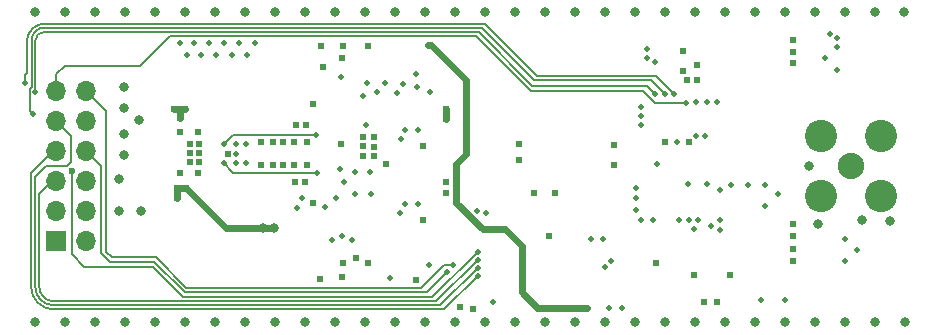
<source format=gbr>
%TF.GenerationSoftware,KiCad,Pcbnew,(6.0.5)*%
%TF.CreationDate,2022-10-08T22:42:16+08:00*%
%TF.ProjectId,LabPrecisionVoltageSource_V1.2,4c616250-7265-4636-9973-696f6e566f6c,rev?*%
%TF.SameCoordinates,Original*%
%TF.FileFunction,Copper,L3,Inr*%
%TF.FilePolarity,Positive*%
%FSLAX46Y46*%
G04 Gerber Fmt 4.6, Leading zero omitted, Abs format (unit mm)*
G04 Created by KiCad (PCBNEW (6.0.5)) date 2022-10-08 22:42:16*
%MOMM*%
%LPD*%
G01*
G04 APERTURE LIST*
%TA.AperFunction,ComponentPad*%
%ADD10C,2.240000*%
%TD*%
%TA.AperFunction,ComponentPad*%
%ADD11C,2.740000*%
%TD*%
%TA.AperFunction,ComponentPad*%
%ADD12R,1.700000X1.700000*%
%TD*%
%TA.AperFunction,ComponentPad*%
%ADD13O,1.700000X1.700000*%
%TD*%
%TA.AperFunction,ViaPad*%
%ADD14C,0.800000*%
%TD*%
%TA.AperFunction,ViaPad*%
%ADD15C,0.502000*%
%TD*%
%TA.AperFunction,ViaPad*%
%ADD16C,0.603000*%
%TD*%
%TA.AperFunction,ViaPad*%
%ADD17C,0.600000*%
%TD*%
%TA.AperFunction,Conductor*%
%ADD18C,0.600000*%
%TD*%
%TA.AperFunction,Conductor*%
%ADD19C,0.150000*%
%TD*%
G04 APERTURE END LIST*
D10*
%TO.N,/ADC/ADC_INPUT*%
%TO.C,J101*%
X189400000Y-94700000D03*
D11*
%TO.N,GND*%
X186860000Y-92160000D03*
X191940000Y-92160000D03*
X186860000Y-97240000D03*
X191940000Y-97240000D03*
%TD*%
D12*
%TO.N,VIN*%
%TO.C,J102*%
X122081141Y-101069677D03*
D13*
X124621141Y-101069677D03*
%TO.N,GND*%
X122081141Y-98529677D03*
X124621141Y-98529677D03*
%TO.N,/PMOD_SCK*%
X122081141Y-95989677D03*
%TO.N,unconnected-(J102-Pad6)*%
X124621141Y-95989677D03*
%TO.N,/PMOD_MISO*%
X122081141Y-93449677D03*
%TO.N,/ADC/ADC_CLKIN*%
X124621141Y-93449677D03*
%TO.N,/PMOD_MOSI*%
X122081141Y-90909677D03*
%TO.N,/PMOD_CS_ADC*%
X124621141Y-90909677D03*
%TO.N,/PMOD_CS_DAC*%
X122081141Y-88369677D03*
%TO.N,/ADC/ADC_IRQ*%
X124621141Y-88369677D03*
%TD*%
D14*
%TO.N,GND*%
X185800000Y-94700000D03*
X190300000Y-99300000D03*
X186600000Y-99600000D03*
X192700000Y-99400000D03*
D15*
%TO.N,VDD*%
X159074263Y-106200862D03*
X153633642Y-103091485D03*
%TO.N,GND*%
X149961670Y-87713456D03*
D14*
X145700000Y-81700000D03*
X122809000Y-107950000D03*
D15*
X169961669Y-106763455D03*
D14*
X191420000Y-81700000D03*
D15*
X146311671Y-100613456D03*
X151624261Y-97900865D03*
X133761669Y-84263455D03*
D16*
X133421141Y-93625861D03*
D15*
X171161671Y-97413457D03*
D16*
X156261671Y-106663457D03*
D14*
X148240000Y-81700000D03*
D16*
X133421139Y-92875863D03*
D14*
X140589000Y-107950000D03*
X168529000Y-107950000D03*
D16*
X134171141Y-92875864D03*
X133421141Y-94375860D03*
D14*
X163480000Y-81700000D03*
D15*
X179261671Y-96363455D03*
X151649263Y-91675864D03*
D14*
X186309000Y-107950000D03*
D16*
X133000000Y-89900000D03*
X164299264Y-96975864D03*
D15*
X168911672Y-106763455D03*
D14*
X125380000Y-81700000D03*
D15*
X178311671Y-100113456D03*
D14*
X176149000Y-107950000D03*
X138049000Y-107950000D03*
D15*
X150361671Y-104163456D03*
D14*
X127800000Y-89800000D03*
D15*
X134361671Y-85313456D03*
D16*
X134100000Y-91800000D03*
X153128512Y-93065864D03*
D14*
X181229000Y-107950000D03*
X188849000Y-107950000D03*
D15*
X151411668Y-87813455D03*
X148361669Y-91213455D03*
D14*
X145669000Y-107950000D03*
D16*
X179111671Y-103913457D03*
D15*
X168411671Y-100863455D03*
D16*
X163811670Y-100663457D03*
D15*
X188861668Y-100863457D03*
D14*
X168560000Y-81700000D03*
D15*
X171161670Y-96563457D03*
X172121142Y-85553985D03*
X146161671Y-87163455D03*
X178061670Y-89313457D03*
X169069265Y-102755863D03*
X152561671Y-86913456D03*
D14*
X143160000Y-81700000D03*
D15*
X189911670Y-101813455D03*
X168521142Y-103253985D03*
X180661669Y-96363455D03*
D14*
X188880000Y-81700000D03*
D16*
X142221143Y-92675865D03*
X157353139Y-106846861D03*
X140421142Y-92675860D03*
X132300000Y-97400000D03*
D15*
X176261670Y-89313457D03*
D16*
X144721141Y-86350864D03*
D14*
X120269000Y-107950000D03*
D16*
X134171141Y-93625862D03*
D15*
X176261670Y-92213457D03*
D14*
X127400000Y-95800000D03*
X160940000Y-81700000D03*
D15*
X172661672Y-99313455D03*
X177061671Y-92213456D03*
D14*
X140500000Y-100000000D03*
D16*
X142221143Y-94675862D03*
D14*
X127920000Y-81700000D03*
X120300000Y-81700000D03*
D16*
X146326642Y-85595363D03*
D14*
X186340000Y-81700000D03*
D15*
X148061671Y-88763455D03*
D14*
X135509000Y-107950000D03*
D15*
X158511672Y-98713456D03*
D16*
X162549263Y-96975865D03*
X132300000Y-96600000D03*
D15*
X182111672Y-98113457D03*
D16*
X132600000Y-91800000D03*
D15*
X172986669Y-94588455D03*
D16*
X169321142Y-94603984D03*
X176114263Y-103910861D03*
D15*
X152749263Y-91675864D03*
X152611670Y-88013456D03*
D16*
X149018511Y-93075864D03*
D15*
X181761669Y-106063456D03*
D14*
X153289000Y-107950000D03*
X183769000Y-107950000D03*
D15*
X138961670Y-84313456D03*
D14*
X178689000Y-107950000D03*
D16*
X134171141Y-94375862D03*
X144461671Y-104263456D03*
D15*
X147111671Y-100963457D03*
X174861668Y-99313455D03*
D14*
X158369000Y-107950000D03*
D15*
X148711669Y-97063457D03*
D14*
X176180000Y-81700000D03*
D15*
X177161670Y-89313457D03*
D14*
X181260000Y-81700000D03*
D15*
X147361670Y-97113457D03*
D16*
X149006513Y-93887863D03*
D14*
X122840000Y-81700000D03*
D15*
X188221141Y-86553986D03*
D14*
X153320000Y-81700000D03*
X132969000Y-107950000D03*
D15*
X145811670Y-97413457D03*
D14*
X148209000Y-107950000D03*
D15*
X178311670Y-99313454D03*
X152724265Y-97900863D03*
X178311671Y-96713456D03*
X182061671Y-96363455D03*
D14*
X143129000Y-107950000D03*
X166020000Y-81700000D03*
X171100000Y-81700000D03*
D15*
X188221141Y-84603985D03*
D14*
X160909000Y-107950000D03*
D15*
X138261671Y-85313455D03*
D14*
X150749000Y-107950000D03*
D16*
X139471142Y-94675862D03*
D14*
X191389000Y-107950000D03*
D15*
X157686670Y-98538456D03*
D14*
X173609000Y-107950000D03*
D15*
X183761671Y-106063456D03*
D14*
X171069000Y-107950000D03*
X129100000Y-90800000D03*
D15*
X174661670Y-92663456D03*
D14*
X163449000Y-107950000D03*
X193929000Y-107950000D03*
D15*
X172121140Y-84853984D03*
X183161671Y-97063457D03*
D14*
X130460000Y-81700000D03*
D15*
X137561670Y-84263456D03*
X135611671Y-85313455D03*
X145461670Y-100963457D03*
D16*
X139471141Y-92675865D03*
D15*
X177561669Y-99763455D03*
D14*
X155829000Y-107950000D03*
D15*
X151271141Y-92453984D03*
X150911671Y-88563455D03*
X171161670Y-98413456D03*
D14*
X183800000Y-81700000D03*
D16*
X141321141Y-92675862D03*
D15*
X148411670Y-87713456D03*
X142511670Y-98313457D03*
D14*
X158400000Y-81700000D03*
D15*
X149211670Y-88463456D03*
D16*
X133100000Y-96600000D03*
X132100000Y-89900000D03*
X146249265Y-104075861D03*
X132550000Y-90650000D03*
D15*
X146111670Y-95013456D03*
X146461670Y-96063454D03*
X187599265Y-83575861D03*
X144861670Y-98163457D03*
D14*
X125349000Y-107950000D03*
D16*
X169321142Y-92972930D03*
D15*
X188221141Y-83903986D03*
D14*
X165989000Y-107950000D03*
D16*
X140421140Y-94675864D03*
X132600000Y-95300000D03*
D14*
X139600000Y-100000000D03*
X127889000Y-107950000D03*
D15*
X176461671Y-99313455D03*
D16*
X143874141Y-97872863D03*
D15*
X148661671Y-95263455D03*
X136261669Y-84263456D03*
D14*
X150780000Y-81700000D03*
X178720000Y-81700000D03*
D15*
X153711671Y-88413455D03*
D16*
X141321140Y-94675862D03*
D15*
X135011671Y-84263456D03*
X132611670Y-84263456D03*
X171611668Y-99313455D03*
D16*
X173600000Y-92700000D03*
D14*
X129300000Y-98500000D03*
D15*
X136961671Y-85313457D03*
D16*
X134100000Y-95300000D03*
X149006511Y-92287862D03*
D15*
X147361670Y-95263457D03*
X175661670Y-99313455D03*
X142861670Y-97413457D03*
X172749265Y-85875863D03*
D14*
X193900000Y-81700000D03*
X127800000Y-92000000D03*
D16*
X148106514Y-92287862D03*
X143874141Y-89428861D03*
D14*
X133000000Y-81700000D03*
D16*
X148106513Y-93037862D03*
X152549077Y-104376051D03*
D14*
X127400000Y-98500000D03*
D15*
X133161671Y-85313456D03*
D16*
X148106513Y-93887865D03*
D15*
X151185770Y-98739355D03*
D14*
X135540000Y-81700000D03*
D16*
X153143143Y-99278862D03*
D14*
X155860000Y-81700000D03*
X127800000Y-93800000D03*
D15*
X188861670Y-102763456D03*
X176061672Y-100063455D03*
D14*
X140620000Y-81700000D03*
D15*
X167361669Y-100863456D03*
D16*
X175700000Y-92700000D03*
X176311669Y-86163456D03*
D14*
X130429000Y-107950000D03*
X138080000Y-81700000D03*
X173640000Y-81700000D03*
X127800000Y-88000000D03*
D15*
X187224076Y-85575863D03*
D16*
%TO.N,+15V*%
X184461670Y-100663457D03*
X155061669Y-90763457D03*
X184461670Y-102763456D03*
X184461671Y-85963455D03*
X184461670Y-85063456D03*
X184461671Y-101763455D03*
X155061671Y-89863456D03*
X172861671Y-102963456D03*
X184461670Y-99663456D03*
X184461671Y-84063455D03*
%TO.N,-15V*%
X176961669Y-106263455D03*
X175161670Y-84963457D03*
X175461670Y-87463458D03*
X178061670Y-106263457D03*
X175161670Y-86663457D03*
X155061671Y-96063454D03*
X176361670Y-87463457D03*
X155061669Y-96963457D03*
D15*
%TO.N,Net-(C215-Pad1)*%
X144171140Y-95275864D03*
X136271140Y-94475864D03*
%TO.N,VDDA*%
X171611671Y-89713456D03*
X165211670Y-106713457D03*
X153561670Y-84513457D03*
X171611668Y-90463455D03*
D16*
X161271143Y-94203985D03*
D15*
X164311670Y-106713457D03*
X166111670Y-106713457D03*
X171611671Y-91213457D03*
X167011669Y-106713457D03*
D16*
X161271143Y-92853985D03*
%TO.N,VIN*%
X143296143Y-94675862D03*
D15*
X137321142Y-94475864D03*
X137321142Y-92825865D03*
D16*
X146411672Y-84563455D03*
X142376141Y-91245863D03*
X142300144Y-96071864D03*
X146401641Y-102945364D03*
X143276141Y-91245863D03*
X147451641Y-102470363D03*
X148461668Y-84563455D03*
D15*
X137271141Y-93675863D03*
X138121142Y-94475864D03*
D16*
X143150142Y-96071862D03*
X136621140Y-93675862D03*
X143296144Y-92650863D03*
X148451640Y-102920365D03*
D15*
X138121142Y-92825865D03*
D16*
X144536671Y-84563455D03*
%TO.N,/Power/VPOS*%
X146211669Y-92863456D03*
X150004510Y-94581297D03*
D15*
%TO.N,Net-(C210-Pad1)*%
X144121141Y-92075863D03*
X136271142Y-92825865D03*
%TO.N,/ADC/ADC_CLKIN*%
X155161670Y-103713457D03*
%TO.N,/ADC/ADC_IRQ*%
X155711670Y-103113456D03*
%TO.N,Net-(R401-Pad1)*%
X175561671Y-96263456D03*
%TO.N,Net-(R402-Pad1)*%
X177211670Y-96263457D03*
%TO.N,/PMOD_CS_DAC*%
X175407439Y-89367688D03*
%TO.N,/PMOD_MOSI*%
X174411670Y-88613454D03*
X157761670Y-103363455D03*
X119461669Y-87650000D03*
%TO.N,/PMOD_MISO*%
X157761670Y-104063457D03*
X172811671Y-88613456D03*
X120311670Y-88413457D03*
%TO.N,/PMOD_SCK*%
X120085336Y-90314663D03*
X173611670Y-88613456D03*
X157761670Y-102663456D03*
%TO.N,/PMOD_CS_ADC*%
X157761670Y-101963455D03*
D17*
X123400000Y-95100000D03*
%TD*%
D18*
%TO.N,GND*%
X132300000Y-97400000D02*
X132300000Y-96600000D01*
X132300000Y-96600000D02*
X133100000Y-96600000D01*
X136500000Y-100000000D02*
X133100000Y-96600000D01*
X132550000Y-90000000D02*
X132450000Y-89900000D01*
X140500000Y-100000000D02*
X139600000Y-100000000D01*
X139600000Y-100000000D02*
X136500000Y-100000000D01*
X133000000Y-89900000D02*
X132450000Y-89900000D01*
X132450000Y-89900000D02*
X132100000Y-89900000D01*
X132550000Y-90650000D02*
X132550000Y-90000000D01*
%TO.N,+15V*%
X155061671Y-89863456D02*
X155061669Y-90763457D01*
D19*
%TO.N,Net-(C215-Pad1)*%
X137071140Y-95275865D02*
X136271140Y-94475864D01*
X144171140Y-95275864D02*
X137071140Y-95275865D01*
D18*
%TO.N,VDDA*%
X160111671Y-100063457D02*
X158211670Y-100063457D01*
X156811672Y-93663457D02*
X156811670Y-87463457D01*
X155961669Y-97813456D02*
X155961669Y-94513455D01*
X161511671Y-101463457D02*
X160111671Y-100063457D01*
X161511671Y-105413456D02*
X161511671Y-101463457D01*
X156811670Y-87463457D02*
X153861670Y-84513457D01*
X158211670Y-100063457D02*
X155961669Y-97813456D01*
X153861670Y-84513457D02*
X153561670Y-84513457D01*
X167011669Y-106713457D02*
X164311670Y-106713457D01*
X162811672Y-106713457D02*
X161511671Y-105413456D01*
X155961669Y-94513455D02*
X156811672Y-93663457D01*
X164311670Y-106713457D02*
X162811672Y-106713457D01*
D19*
%TO.N,Net-(C210-Pad1)*%
X144121141Y-92075863D02*
X137021144Y-92075863D01*
X137021144Y-92075863D02*
X136271142Y-92825865D01*
%TO.N,/ADC/ADC_CLKIN*%
X125911670Y-94740206D02*
X124621142Y-93449676D01*
X125911672Y-102113455D02*
X125911670Y-94740206D01*
X132961671Y-105413456D02*
X130411671Y-102863455D01*
X155161670Y-103713457D02*
X153461671Y-105413456D01*
X153461671Y-105413456D02*
X132961671Y-105413456D01*
X126661672Y-102863455D02*
X125911672Y-102113455D01*
X130411671Y-102863455D02*
X126661672Y-102863455D01*
%TO.N,/ADC/ADC_IRQ*%
X133111671Y-105013457D02*
X130561670Y-102463456D01*
X154911669Y-103113456D02*
X153011671Y-105013457D01*
X153011671Y-105013457D02*
X133111671Y-105013457D01*
X130561670Y-102463456D02*
X126811670Y-102463456D01*
X126311669Y-90060204D02*
X124621140Y-88369676D01*
X126811670Y-102463456D02*
X126311671Y-101963455D01*
X155711670Y-103113456D02*
X154911669Y-103113456D01*
X126311671Y-101963455D02*
X126311669Y-90060204D01*
%TO.N,/PMOD_CS_DAC*%
X122811670Y-86213457D02*
X122081141Y-86943986D01*
X172757439Y-89367688D02*
X171753209Y-88363456D01*
X171753209Y-88363456D02*
X162261670Y-88363456D01*
X157611670Y-83713457D02*
X131711672Y-83713454D01*
X129211670Y-86213457D02*
X122811670Y-86213457D01*
X131711672Y-83713454D02*
X129211670Y-86213457D01*
X175407439Y-89367688D02*
X172757439Y-89367688D01*
X162261670Y-88363456D02*
X157611670Y-83713457D01*
X122081141Y-86943986D02*
X122081141Y-88369676D01*
%TO.N,/PMOD_MOSI*%
X162761668Y-87063456D02*
X172861670Y-87063456D01*
X119461669Y-87650000D02*
X119461669Y-87000895D01*
X157761670Y-103363455D02*
X154611670Y-106513456D01*
X119461669Y-87000895D02*
X119614002Y-86848562D01*
X154611670Y-106513456D02*
X121878287Y-106513456D01*
X158361670Y-82663457D02*
X162761668Y-87063456D01*
X123311670Y-92140204D02*
X122081141Y-90909677D01*
X120311670Y-104946839D02*
X120311672Y-95613456D01*
X172861670Y-87063456D02*
X174411670Y-88613454D01*
X121132404Y-82663457D02*
X158361670Y-82663457D01*
X123311671Y-94413456D02*
X123311670Y-92140204D01*
X121211669Y-94713457D02*
X123011671Y-94713456D01*
X119614002Y-86848562D02*
X119614002Y-84064690D01*
X123011671Y-94713456D02*
X123311671Y-94413456D01*
X120311672Y-95613456D02*
X121211669Y-94713457D01*
X121132404Y-82663462D02*
G75*
G03*
X119614003Y-84064690I1696J-1525138D01*
G01*
X120311644Y-104946839D02*
G75*
G03*
X121878287Y-106513456I1566656J39D01*
G01*
%TO.N,/PMOD_MISO*%
X154961670Y-106863457D02*
X121903800Y-106863457D01*
X157761670Y-104063457D02*
X154961670Y-106863457D01*
X121825451Y-93449676D02*
X122081141Y-93449676D01*
X119961669Y-104921326D02*
X119961671Y-95313456D01*
X120311670Y-84138911D02*
X120311670Y-88413457D01*
X172111671Y-87913457D02*
X162411670Y-87913457D01*
X157849557Y-83351344D02*
X121099239Y-83351342D01*
X172811671Y-88613456D02*
X172111671Y-87913457D01*
X162411670Y-87913457D02*
X157849557Y-83351344D01*
X119961671Y-95313456D02*
X121825451Y-93449676D01*
X119961643Y-104921326D02*
G75*
G03*
X121903800Y-106863457I1942157J26D01*
G01*
X120311642Y-84138911D02*
G75*
G02*
X121099239Y-83351342I787558J11D01*
G01*
%TO.N,/PMOD_SCK*%
X120093079Y-83611951D02*
X120216996Y-83426499D01*
X157761670Y-102663456D02*
X154261671Y-106163456D01*
X172461671Y-87463455D02*
X173611670Y-88613456D01*
X120766231Y-83059518D02*
X120984988Y-83016006D01*
X120661671Y-97063457D02*
X121735450Y-95989677D01*
X120984988Y-83016006D02*
X158114219Y-83016006D01*
X120560166Y-83144871D02*
X120766231Y-83059518D01*
X154261671Y-106163456D02*
X121868869Y-106163456D01*
X119836159Y-90065486D02*
X119836159Y-88216493D01*
X120007723Y-88044929D02*
X120007723Y-83818015D01*
X120374712Y-83268786D02*
X120560166Y-83144871D01*
X162561670Y-87463457D02*
X172461671Y-87463455D01*
X120085336Y-90314663D02*
X119836159Y-90065486D01*
X120007723Y-83818015D02*
X120093079Y-83611951D01*
X120216996Y-83426499D02*
X120374712Y-83268786D01*
X120661670Y-104956258D02*
X120661671Y-97063457D01*
X119836159Y-88216493D02*
X120007723Y-88044929D01*
X158114219Y-83016006D02*
X162561670Y-87463457D01*
X120661744Y-104956258D02*
G75*
G03*
X121868869Y-106163456I1207156J-42D01*
G01*
%TO.N,/PMOD_CS_ADC*%
X124463456Y-103263456D02*
X123400000Y-102200000D01*
X132811671Y-105813455D02*
X130261670Y-103263456D01*
X123400000Y-102200000D02*
X123400000Y-95100000D01*
X130261670Y-103263456D02*
X124463456Y-103263456D01*
X157761670Y-101963455D02*
X153911670Y-105813455D01*
X153911670Y-105813455D02*
X132811671Y-105813455D01*
%TD*%
M02*

</source>
